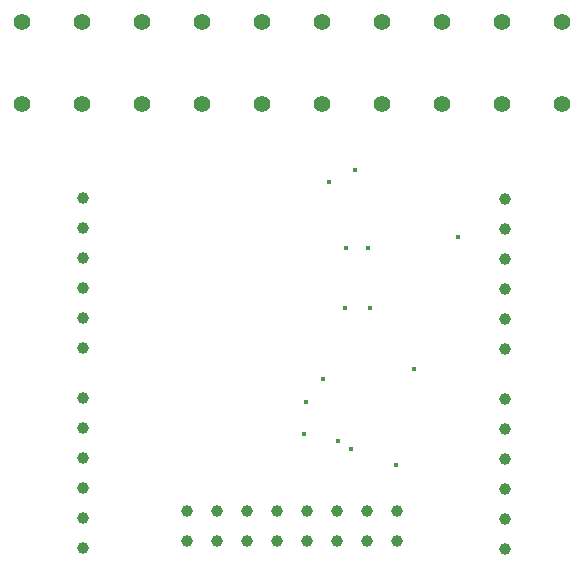
<source format=gbr>
%TF.GenerationSoftware,KiCad,Pcbnew,6.0.8+dfsg-1~bpo11+1*%
%TF.CreationDate,2022-10-31T17:37:23+01:00*%
%TF.ProjectId,rib4outAd_00,72696234-6f75-4744-9164-5f30302e6b69,rev?*%
%TF.SameCoordinates,Original*%
%TF.FileFunction,Plated,1,4,PTH,Drill*%
%TF.FilePolarity,Positive*%
%FSLAX46Y46*%
G04 Gerber Fmt 4.6, Leading zero omitted, Abs format (unit mm)*
G04 Created by KiCad (PCBNEW 6.0.8+dfsg-1~bpo11+1) date 2022-10-31 17:37:23*
%MOMM*%
%LPD*%
G01*
G04 APERTURE LIST*
%TA.AperFunction,ViaDrill*%
%ADD10C,0.400000*%
%TD*%
%TA.AperFunction,ComponentDrill*%
%ADD11C,1.000000*%
%TD*%
%TA.AperFunction,ComponentDrill*%
%ADD12C,1.400000*%
%TD*%
G04 APERTURE END LIST*
D10*
X146500000Y-108200000D03*
X146630000Y-105500500D03*
X148070000Y-103560000D03*
X148640000Y-86830000D03*
X149390000Y-108810000D03*
X150000000Y-97550000D03*
X150035500Y-92450000D03*
X150500000Y-109480000D03*
X150820000Y-85860000D03*
X151934500Y-92470000D03*
X152060000Y-97550000D03*
X154300000Y-110800000D03*
X155800000Y-102700000D03*
X159500000Y-91500000D03*
D11*
%TO.C,J4*%
X127775000Y-88225000D03*
X127775000Y-90765000D03*
X127775000Y-93305000D03*
X127775000Y-95845000D03*
X127775000Y-98385000D03*
X127775000Y-100925000D03*
%TO.C,J6*%
X127775000Y-105125000D03*
X127775000Y-107665000D03*
X127775000Y-110205000D03*
X127775000Y-112745000D03*
X127775000Y-115285000D03*
X127775000Y-117825000D03*
%TO.C,J1*%
X136590000Y-114710000D03*
X136590000Y-117250000D03*
X139130000Y-114710000D03*
X139130000Y-117250000D03*
X141670000Y-114710000D03*
X141670000Y-117250000D03*
X144210000Y-114710000D03*
X144210000Y-117250000D03*
X146750000Y-114710000D03*
X146750000Y-117250000D03*
X149290000Y-114710000D03*
X149290000Y-117250000D03*
X151830000Y-114710000D03*
X151830000Y-117250000D03*
X154370000Y-114710000D03*
X154370000Y-117250000D03*
%TO.C,J5*%
X163500000Y-88340000D03*
X163500000Y-90880000D03*
X163500000Y-93420000D03*
X163500000Y-95960000D03*
X163500000Y-98500000D03*
X163500000Y-101040000D03*
%TO.C,J7*%
X163525000Y-105200000D03*
X163525000Y-107740000D03*
X163525000Y-110280000D03*
X163525000Y-112820000D03*
X163525000Y-115360000D03*
X163525000Y-117900000D03*
D12*
%TO.C,J2*%
X122640000Y-73277500D03*
%TO.C,J3*%
X122640000Y-80277500D03*
%TO.C,J2*%
X127720000Y-73277500D03*
%TO.C,J3*%
X127720000Y-80277500D03*
%TO.C,J2*%
X132800000Y-73277500D03*
%TO.C,J3*%
X132800000Y-80277500D03*
%TO.C,J2*%
X137880000Y-73277500D03*
%TO.C,J3*%
X137880000Y-80277500D03*
%TO.C,J2*%
X142960000Y-73277500D03*
%TO.C,J3*%
X142960000Y-80277500D03*
%TO.C,J2*%
X148040000Y-73277500D03*
%TO.C,J3*%
X148040000Y-80277500D03*
%TO.C,J2*%
X153120000Y-73277500D03*
%TO.C,J3*%
X153120000Y-80277500D03*
%TO.C,J2*%
X158200000Y-73277500D03*
%TO.C,J3*%
X158200000Y-80277500D03*
%TO.C,J2*%
X163280000Y-73277500D03*
%TO.C,J3*%
X163280000Y-80277500D03*
%TO.C,J2*%
X168360000Y-73277500D03*
%TO.C,J3*%
X168360000Y-80277500D03*
M02*

</source>
